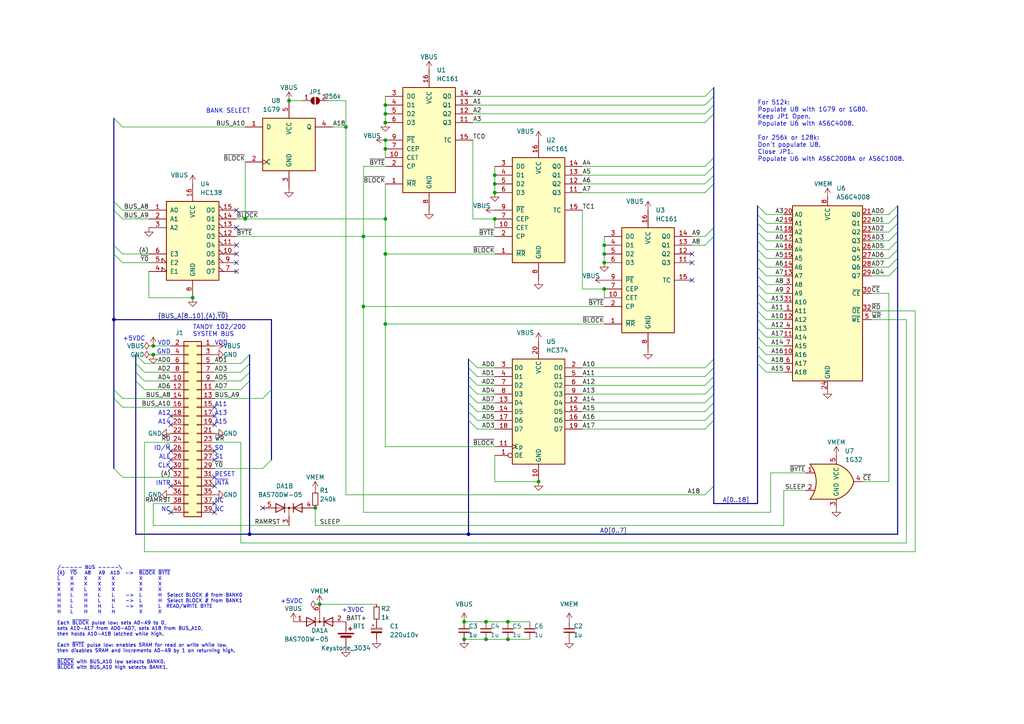
<source format=kicad_sch>
(kicad_sch (version 20230121) (generator eeschema)
  (paper "A4")
  (title_block (title "MiniNDP 512") (date "2023-12-04") (rev "016") (company "Brian K. White - b.kenyon.w@gmail.com") (comment 1 "github.com/bkw777/NODE_DATAPAC") (comment 2 "Use with RAM100.CO or RAM200.CO") (comment 3 "Work-alike of NODE Systems DATAPAC / RAMPAC"))
  (junction (at 111.76 63.5))
  (junction (at 143.51 53.34))
  (junction (at 83.82 29.21))
  (junction (at 105.41 68.58))
  (junction (at 147.32 185.42))
  (junction (at 175.26 71.12))
  (junction (at 175.26 73.66))
  (junction (at 44.45 100.33))
  (junction (at 111.76 40.64))
  (junction (at 72.39 154.94))
  (junction (at 100.33 36.83))
  (junction (at 134.62 180.34))
  (junction (at 111.76 93.98))
  (junction (at 156.21 139.7))
  (junction (at 44.45 102.87))
  (junction (at 140.97 180.34))
  (junction (at 143.51 63.5))
  (junction (at 175.26 83.82))
  (junction (at 91.44 147.32))
  (junction (at 175.26 76.2))
  (junction (at 140.97 185.42))
  (junction (at 143.51 55.88))
  (junction (at 92.71 175.26))
  (junction (at 135.89 154.94))
  (junction (at 105.41 88.9))
  (junction (at 111.76 43.18))
  (junction (at 111.76 30.48))
  (junction (at 134.62 185.42))
  (junction (at 55.88 86.36))
  (junction (at 111.76 73.66))
  (junction (at 71.12 63.5))
  (junction (at 111.76 33.02))
  (junction (at 33.02 92.71))
  (junction (at 111.76 35.56))
  (junction (at 143.51 50.8))
  (junction (at 147.32 180.34))
  (no_connect (at 68.58 66.04))
  (no_connect (at 62.23 138.43))
  (no_connect (at 68.58 73.66))
  (no_connect (at 200.66 73.66))
  (no_connect (at 62.23 123.19))
  (no_connect (at 68.58 71.12))
  (no_connect (at 49.53 148.59))
  (no_connect (at 62.23 130.81))
  (no_connect (at 68.58 78.74))
  (no_connect (at 62.23 148.59))
  (no_connect (at 49.53 130.81))
  (no_connect (at 200.66 81.28))
  (no_connect (at 49.53 120.65))
  (no_connect (at 68.58 76.2))
  (no_connect (at 49.53 123.19))
  (no_connect (at 49.53 140.97))
  (no_connect (at 62.23 118.11))
  (no_connect (at 200.66 76.2))
  (no_connect (at 49.53 133.35))
  (no_connect (at 49.53 135.89))
  (no_connect (at 62.23 146.05))
  (no_connect (at 62.23 120.65))
  (no_connect (at 62.23 133.35))
  (no_connect (at 62.23 140.97))
  (no_connect (at 76.2 147.32))
  (no_connect (at 68.58 60.96))
  (bus_entry (at 204.47 71.12) (size 2.54 -2.54))
  (bus_entry (at 257.81 64.77) (size 2.54 -2.54))
  (bus_entry (at 204.47 27.94) (size 2.54 -2.54))
  (bus_entry (at 41.91 110.49) (size -2.54 -2.54))
  (bus_entry (at 33.02 34.29) (size 2.54 2.54))
  (bus_entry (at 204.47 35.56) (size 2.54 -2.54))
  (bus_entry (at 222.25 72.39) (size -2.54 -2.54))
  (bus_entry (at 33.02 115.57) (size 2.54 2.54))
  (bus_entry (at 204.47 116.84) (size 2.54 -2.54))
  (bus_entry (at 222.25 74.93) (size -2.54 -2.54))
  (bus_entry (at 222.25 85.09) (size -2.54 -2.54))
  (bus_entry (at 204.47 119.38) (size 2.54 -2.54))
  (bus_entry (at 135.89 119.38) (size 2.54 2.54))
  (bus_entry (at 33.02 71.12) (size 2.54 2.54))
  (bus_entry (at 41.91 113.03) (size -2.54 -2.54))
  (bus_entry (at 222.25 97.79) (size -2.54 -2.54))
  (bus_entry (at 41.91 105.41) (size -2.54 -2.54))
  (bus_entry (at 33.02 60.96) (size 2.54 2.54))
  (bus_entry (at 222.25 80.01) (size -2.54 -2.54))
  (bus_entry (at 222.25 77.47) (size -2.54 -2.54))
  (bus_entry (at 222.25 69.85) (size -2.54 -2.54))
  (bus_entry (at 204.47 53.34) (size 2.54 -2.54))
  (bus_entry (at 222.25 82.55) (size -2.54 -2.54))
  (bus_entry (at 222.25 90.17) (size -2.54 -2.54))
  (bus_entry (at 69.85 105.41) (size 2.54 -2.54))
  (bus_entry (at 78.74 133.35) (size -2.54 2.54))
  (bus_entry (at 204.47 111.76) (size 2.54 -2.54))
  (bus_entry (at 222.25 105.41) (size -2.54 -2.54))
  (bus_entry (at 257.81 72.39) (size 2.54 -2.54))
  (bus_entry (at 204.47 121.92) (size 2.54 -2.54))
  (bus_entry (at 222.25 64.77) (size -2.54 -2.54))
  (bus_entry (at 78.74 113.03) (size -2.54 2.54))
  (bus_entry (at 257.81 74.93) (size 2.54 -2.54))
  (bus_entry (at 135.89 121.92) (size 2.54 2.54))
  (bus_entry (at 222.25 102.87) (size -2.54 -2.54))
  (bus_entry (at 33.02 58.42) (size 2.54 2.54))
  (bus_entry (at 204.47 50.8) (size 2.54 -2.54))
  (bus_entry (at 33.02 73.66) (size 2.54 2.54))
  (bus_entry (at 222.25 87.63) (size -2.54 -2.54))
  (bus_entry (at 257.81 80.01) (size 2.54 -2.54))
  (bus_entry (at 257.81 77.47) (size 2.54 -2.54))
  (bus_entry (at 41.91 107.95) (size -2.54 -2.54))
  (bus_entry (at 204.47 143.51) (size 2.54 -2.54))
  (bus_entry (at 69.85 113.03) (size 2.54 -2.54))
  (bus_entry (at 204.47 68.58) (size 2.54 -2.54))
  (bus_entry (at 135.89 106.68) (size 2.54 2.54))
  (bus_entry (at 204.47 109.22) (size 2.54 -2.54))
  (bus_entry (at 222.25 92.71) (size -2.54 -2.54))
  (bus_entry (at 257.81 67.31) (size 2.54 -2.54))
  (bus_entry (at 135.89 116.84) (size 2.54 2.54))
  (bus_entry (at 257.81 62.23) (size 2.54 -2.54))
  (bus_entry (at 222.25 100.33) (size -2.54 -2.54))
  (bus_entry (at 204.47 106.68) (size 2.54 -2.54))
  (bus_entry (at 222.25 95.25) (size -2.54 -2.54))
  (bus_entry (at 204.47 48.26) (size 2.54 -2.54))
  (bus_entry (at 257.81 69.85) (size 2.54 -2.54))
  (bus_entry (at 33.02 113.03) (size 2.54 2.54))
  (bus_entry (at 135.89 114.3) (size 2.54 2.54))
  (bus_entry (at 222.25 107.95) (size -2.54 -2.54))
  (bus_entry (at 204.47 33.02) (size 2.54 -2.54))
  (bus_entry (at 135.89 104.14) (size 2.54 2.54))
  (bus_entry (at 204.47 114.3) (size 2.54 -2.54))
  (bus_entry (at 222.25 62.23) (size -2.54 -2.54))
  (bus_entry (at 69.85 107.95) (size 2.54 -2.54))
  (bus_entry (at 135.89 109.22) (size 2.54 2.54))
  (bus_entry (at 135.89 111.76) (size 2.54 2.54))
  (bus_entry (at 222.25 67.31) (size -2.54 -2.54))
  (bus_entry (at 204.47 124.46) (size 2.54 -2.54))
  (bus_entry (at 35.56 138.43) (size -2.54 -2.54))
  (bus_entry (at 204.47 55.88) (size 2.54 -2.54))
  (bus_entry (at 69.85 110.49) (size 2.54 -2.54))
  (bus_entry (at 204.47 30.48) (size 2.54 -2.54))
  (bus (pts (xy 135.89 119.38) (xy 135.89 121.92)))
  (wire (pts (xy 138.43 106.68) (xy 143.51 106.68)))
  (wire (pts (xy 134.62 185.42) (xy 140.97 185.42)))
  (bus (pts (xy 219.71 95.25) (xy 219.71 97.79)))
  (wire (pts (xy 105.41 148.59) (xy 223.52 148.59)))
  (wire (pts (xy 111.76 40.64) (xy 111.76 43.18)))
  (wire (pts (xy 44.45 146.05) (xy 44.45 152.4)))
  (wire (pts (xy 222.25 82.55) (xy 227.33 82.55)))
  (wire (pts (xy 175.26 73.66) (xy 175.26 71.12)))
  (wire (pts (xy 111.76 63.5) (xy 111.76 53.34)))
  (wire (pts (xy 200.66 68.58) (xy 204.47 68.58)))
  (wire (pts (xy 83.82 29.21) (xy 87.63 29.21)))
  (bus (pts (xy 219.71 105.41) (xy 219.71 102.87)))
  (wire (pts (xy 111.76 30.48) (xy 111.76 33.02)))
  (wire (pts (xy 252.73 80.01) (xy 257.81 80.01)))
  (wire (pts (xy 138.43 121.92) (xy 143.51 121.92)))
  (wire (pts (xy 222.25 67.31) (xy 227.33 67.31)))
  (wire (pts (xy 168.91 114.3) (xy 204.47 114.3)))
  (bus (pts (xy 219.71 80.01) (xy 219.71 82.55)))
  (wire (pts (xy 140.97 180.34) (xy 147.32 180.34)))
  (bus (pts (xy 219.71 146.05) (xy 219.71 105.41)))
  (wire (pts (xy 137.16 27.94) (xy 204.47 27.94)))
  (wire (pts (xy 35.56 73.66) (xy 43.18 73.66)))
  (wire (pts (xy 223.52 137.16) (xy 223.52 148.59)))
  (wire (pts (xy 41.91 113.03) (xy 49.53 113.03)))
  (wire (pts (xy 105.41 88.9) (xy 175.26 88.9)))
  (bus (pts (xy 78.74 92.71) (xy 78.74 113.03)))
  (wire (pts (xy 35.56 115.57) (xy 49.53 115.57)))
  (bus (pts (xy 219.71 62.23) (xy 219.71 64.77)))
  (bus (pts (xy 135.89 121.92) (xy 135.89 154.94)))
  (bus (pts (xy 207.01 140.97) (xy 207.01 146.05)))
  (wire (pts (xy 111.76 129.54) (xy 143.51 129.54)))
  (bus (pts (xy 39.37 105.41) (xy 39.37 107.95)))
  (wire (pts (xy 175.26 83.82) (xy 168.91 83.82)))
  (bus (pts (xy 207.01 30.48) (xy 207.01 33.02)))
  (bus (pts (xy 72.39 110.49) (xy 72.39 154.94)))
  (bus (pts (xy 207.01 33.02) (xy 207.01 45.72)))
  (wire (pts (xy 222.25 87.63) (xy 227.33 87.63)))
  (wire (pts (xy 100.33 143.51) (xy 100.33 36.83)))
  (bus (pts (xy 33.02 115.57) (xy 33.02 135.89)))
  (wire (pts (xy 41.91 105.41) (xy 49.53 105.41)))
  (bus (pts (xy 207.01 146.05) (xy 219.71 146.05)))
  (wire (pts (xy 62.23 115.57) (xy 76.2 115.57)))
  (wire (pts (xy 233.68 142.24) (xy 227.33 142.24)))
  (bus (pts (xy 207.01 50.8) (xy 207.01 53.34)))
  (bus (pts (xy 39.37 110.49) (xy 39.37 154.94)))
  (bus (pts (xy 260.35 69.85) (xy 260.35 72.39)))
  (wire (pts (xy 252.73 74.93) (xy 257.81 74.93)))
  (bus (pts (xy 207.01 114.3) (xy 207.01 116.84)))
  (wire (pts (xy 222.25 77.47) (xy 227.33 77.47)))
  (wire (pts (xy 143.51 48.26) (xy 143.51 50.8)))
  (bus (pts (xy 219.71 59.69) (xy 219.71 62.23)))
  (wire (pts (xy 168.91 106.68) (xy 204.47 106.68)))
  (wire (pts (xy 233.68 137.16) (xy 223.52 137.16)))
  (wire (pts (xy 147.32 180.34) (xy 153.67 180.34)))
  (bus (pts (xy 72.39 154.94) (xy 135.89 154.94)))
  (wire (pts (xy 222.25 64.77) (xy 227.33 64.77)))
  (wire (pts (xy 134.62 180.34) (xy 140.97 180.34)))
  (wire (pts (xy 168.91 124.46) (xy 204.47 124.46)))
  (bus (pts (xy 219.71 77.47) (xy 219.71 80.01)))
  (wire (pts (xy 68.58 68.58) (xy 105.41 68.58)))
  (wire (pts (xy 168.91 116.84) (xy 204.47 116.84)))
  (bus (pts (xy 207.01 121.92) (xy 207.01 140.97)))
  (wire (pts (xy 222.25 90.17) (xy 227.33 90.17)))
  (bus (pts (xy 219.71 74.93) (xy 219.71 77.47)))
  (wire (pts (xy 222.25 100.33) (xy 227.33 100.33)))
  (wire (pts (xy 111.76 45.72) (xy 111.76 43.18)))
  (wire (pts (xy 44.45 100.33) (xy 49.53 100.33)))
  (wire (pts (xy 105.41 68.58) (xy 143.51 68.58)))
  (wire (pts (xy 262.89 92.71) (xy 262.89 157.48)))
  (wire (pts (xy 69.85 128.27) (xy 69.85 157.48)))
  (wire (pts (xy 175.26 83.82) (xy 175.26 86.36)))
  (wire (pts (xy 222.25 69.85) (xy 227.33 69.85)))
  (bus (pts (xy 219.71 69.85) (xy 219.71 72.39)))
  (wire (pts (xy 138.43 119.38) (xy 143.51 119.38)))
  (bus (pts (xy 260.35 72.39) (xy 260.35 74.93)))
  (bus (pts (xy 219.71 82.55) (xy 219.71 85.09)))
  (wire (pts (xy 62.23 105.41) (xy 69.85 105.41)))
  (wire (pts (xy 200.66 71.12) (xy 204.47 71.12)))
  (wire (pts (xy 250.19 139.7) (xy 257.81 139.7)))
  (wire (pts (xy 41.91 110.49) (xy 49.53 110.49)))
  (bus (pts (xy 33.02 113.03) (xy 33.02 115.57)))
  (wire (pts (xy 175.26 71.12) (xy 175.26 68.58)))
  (bus (pts (xy 33.02 73.66) (xy 33.02 92.71)))
  (bus (pts (xy 33.02 58.42) (xy 33.02 60.96)))
  (bus (pts (xy 207.01 111.76) (xy 207.01 114.3)))
  (bus (pts (xy 260.35 64.77) (xy 260.35 67.31)))
  (bus (pts (xy 33.02 58.42) (xy 33.02 34.29)))
  (bus (pts (xy 207.01 106.68) (xy 207.01 109.22)))
  (bus (pts (xy 207.01 116.84) (xy 207.01 119.38)))
  (wire (pts (xy 168.91 119.38) (xy 204.47 119.38)))
  (bus (pts (xy 207.01 25.4) (xy 207.01 27.94)))
  (wire (pts (xy 222.25 97.79) (xy 227.33 97.79)))
  (bus (pts (xy 135.89 116.84) (xy 135.89 119.38)))
  (wire (pts (xy 111.76 73.66) (xy 143.51 73.66)))
  (wire (pts (xy 100.33 143.51) (xy 204.47 143.51)))
  (wire (pts (xy 105.41 68.58) (xy 105.41 88.9)))
  (wire (pts (xy 137.16 40.64) (xy 137.16 63.5)))
  (wire (pts (xy 137.16 35.56) (xy 204.47 35.56)))
  (bus (pts (xy 207.01 109.22) (xy 207.01 111.76)))
  (bus (pts (xy 78.74 113.03) (xy 78.74 133.35)))
  (wire (pts (xy 262.89 92.71) (xy 252.73 92.71)))
  (bus (pts (xy 33.02 92.71) (xy 78.74 92.71)))
  (wire (pts (xy 252.73 69.85) (xy 257.81 69.85)))
  (wire (pts (xy 138.43 109.22) (xy 143.51 109.22)))
  (bus (pts (xy 135.89 154.94) (xy 260.35 154.94)))
  (wire (pts (xy 62.23 128.27) (xy 69.85 128.27)))
  (wire (pts (xy 227.33 142.24) (xy 227.33 152.4)))
  (wire (pts (xy 222.25 62.23) (xy 227.33 62.23)))
  (wire (pts (xy 35.56 36.83) (xy 71.12 36.83)))
  (wire (pts (xy 168.91 109.22) (xy 204.47 109.22)))
  (wire (pts (xy 143.51 50.8) (xy 143.51 53.34)))
  (wire (pts (xy 44.45 102.87) (xy 49.53 102.87)))
  (bus (pts (xy 207.01 53.34) (xy 207.01 66.04)))
  (wire (pts (xy 111.76 27.94) (xy 111.76 30.48)))
  (bus (pts (xy 135.89 104.14) (xy 135.89 106.68)))
  (wire (pts (xy 140.97 185.42) (xy 147.32 185.42)))
  (bus (pts (xy 207.01 66.04) (xy 207.01 68.58)))
  (bus (pts (xy 33.02 92.71) (xy 33.02 113.03)))
  (bus (pts (xy 260.35 62.23) (xy 260.35 64.77)))
  (wire (pts (xy 137.16 63.5) (xy 143.51 63.5)))
  (bus (pts (xy 33.02 71.12) (xy 33.02 73.66)))
  (wire (pts (xy 43.18 78.74) (xy 43.18 86.36)))
  (bus (pts (xy 260.35 74.93) (xy 260.35 77.47)))
  (bus (pts (xy 219.71 72.39) (xy 219.71 74.93)))
  (bus (pts (xy 72.39 105.41) (xy 72.39 107.95)))
  (bus (pts (xy 219.71 64.77) (xy 219.71 67.31)))
  (wire (pts (xy 96.52 36.83) (xy 100.33 36.83)))
  (bus (pts (xy 260.35 59.69) (xy 260.35 62.23)))
  (bus (pts (xy 219.71 85.09) (xy 219.71 87.63)))
  (bus (pts (xy 72.39 107.95) (xy 72.39 110.49)))
  (wire (pts (xy 252.73 72.39) (xy 257.81 72.39)))
  (wire (pts (xy 168.91 50.8) (xy 204.47 50.8)))
  (bus (pts (xy 219.71 97.79) (xy 219.71 100.33)))
  (wire (pts (xy 138.43 114.3) (xy 143.51 114.3)))
  (wire (pts (xy 105.41 48.26) (xy 111.76 48.26)))
  (wire (pts (xy 222.25 85.09) (xy 227.33 85.09)))
  (bus (pts (xy 219.71 90.17) (xy 219.71 92.71)))
  (wire (pts (xy 100.33 29.21) (xy 95.25 29.21)))
  (bus (pts (xy 135.89 111.76) (xy 135.89 114.3)))
  (wire (pts (xy 105.41 88.9) (xy 105.41 148.59)))
  (bus (pts (xy 39.37 107.95) (xy 39.37 110.49)))
  (wire (pts (xy 175.26 76.2) (xy 175.26 73.66)))
  (wire (pts (xy 168.91 55.88) (xy 204.47 55.88)))
  (bus (pts (xy 260.35 77.47) (xy 260.35 154.94)))
  (wire (pts (xy 43.18 86.36) (xy 55.88 86.36)))
  (wire (pts (xy 62.23 107.95) (xy 69.85 107.95)))
  (wire (pts (xy 71.12 46.99) (xy 71.12 63.5)))
  (wire (pts (xy 168.91 83.82) (xy 168.91 60.96)))
  (wire (pts (xy 168.91 53.34) (xy 204.47 53.34)))
  (wire (pts (xy 168.91 121.92) (xy 204.47 121.92)))
  (wire (pts (xy 222.25 72.39) (xy 227.33 72.39)))
  (wire (pts (xy 111.76 93.98) (xy 111.76 129.54)))
  (wire (pts (xy 222.25 80.01) (xy 227.33 80.01)))
  (bus (pts (xy 260.35 67.31) (xy 260.35 69.85)))
  (wire (pts (xy 147.32 185.42) (xy 153.67 185.42)))
  (bus (pts (xy 207.01 48.26) (xy 207.01 50.8)))
  (bus (pts (xy 72.39 102.87) (xy 72.39 105.41)))
  (wire (pts (xy 252.73 67.31) (xy 257.81 67.31)))
  (wire (pts (xy 138.43 116.84) (xy 143.51 116.84)))
  (bus (pts (xy 219.71 100.33) (xy 219.71 102.87)))
  (wire (pts (xy 222.25 107.95) (xy 227.33 107.95)))
  (wire (pts (xy 252.73 64.77) (xy 257.81 64.77)))
  (wire (pts (xy 252.73 62.23) (xy 257.81 62.23)))
  (wire (pts (xy 100.33 29.21) (xy 100.33 36.83)))
  (bus (pts (xy 135.89 109.22) (xy 135.89 111.76)))
  (wire (pts (xy 222.25 102.87) (xy 227.33 102.87)))
  (bus (pts (xy 207.01 27.94) (xy 207.01 30.48)))
  (wire (pts (xy 252.73 77.47) (xy 257.81 77.47)))
  (wire (pts (xy 41.91 128.27) (xy 41.91 160.02)))
  (wire (pts (xy 41.91 107.95) (xy 49.53 107.95)))
  (bus (pts (xy 207.01 104.14) (xy 207.01 106.68)))
  (wire (pts (xy 62.23 113.03) (xy 69.85 113.03)))
  (bus (pts (xy 207.01 45.72) (xy 207.01 48.26)))
  (wire (pts (xy 49.53 128.27) (xy 41.91 128.27)))
  (wire (pts (xy 262.89 157.48) (xy 69.85 157.48)))
  (wire (pts (xy 62.23 110.49) (xy 69.85 110.49)))
  (wire (pts (xy 35.56 60.96) (xy 43.18 60.96)))
  (wire (pts (xy 143.51 53.34) (xy 143.51 55.88)))
  (wire (pts (xy 257.81 85.09) (xy 257.81 139.7)))
  (bus (pts (xy 219.71 92.71) (xy 219.71 95.25)))
  (wire (pts (xy 137.16 30.48) (xy 204.47 30.48)))
  (wire (pts (xy 62.23 135.89) (xy 76.2 135.89)))
  (wire (pts (xy 111.76 93.98) (xy 175.26 93.98)))
  (bus (pts (xy 33.02 71.12) (xy 33.02 60.96)))
  (wire (pts (xy 92.71 175.26) (xy 109.22 175.26)))
  (wire (pts (xy 138.43 111.76) (xy 143.51 111.76)))
  (wire (pts (xy 143.51 132.08) (xy 143.51 139.7)))
  (wire (pts (xy 111.76 33.02) (xy 111.76 35.56)))
  (wire (pts (xy 105.41 48.26) (xy 105.41 68.58)))
  (wire (pts (xy 222.25 105.41) (xy 227.33 105.41)))
  (wire (pts (xy 44.45 146.05) (xy 49.53 146.05)))
  (wire (pts (xy 137.16 33.02) (xy 204.47 33.02)))
  (wire (pts (xy 111.76 73.66) (xy 111.76 93.98)))
  (bus (pts (xy 207.01 68.58) (xy 207.01 104.14)))
  (wire (pts (xy 143.51 139.7) (xy 156.21 139.7)))
  (bus (pts (xy 135.89 114.3) (xy 135.89 116.84)))
  (wire (pts (xy 222.25 74.93) (xy 227.33 74.93)))
  (wire (pts (xy 257.81 85.09) (xy 252.73 85.09)))
  (wire (pts (xy 71.12 63.5) (xy 111.76 63.5)))
  (wire (pts (xy 168.91 48.26) (xy 204.47 48.26)))
  (wire (pts (xy 111.76 63.5) (xy 111.76 73.66)))
  (bus (pts (xy 219.71 87.63) (xy 219.71 90.17)))
  (wire (pts (xy 252.73 90.17) (xy 265.43 90.17)))
  (wire (pts (xy 143.51 63.5) (xy 143.51 66.04)))
  (bus (pts (xy 219.71 67.31) (xy 219.71 69.85)))
  (wire (pts (xy 35.56 76.2) (xy 43.18 76.2)))
  (wire (pts (xy 138.43 124.46) (xy 143.51 124.46)))
  (wire (pts (xy 68.58 63.5) (xy 71.12 63.5)))
  (wire (pts (xy 265.43 160.02) (xy 265.43 90.17)))
  (wire (pts (xy 35.56 138.43) (xy 49.53 138.43)))
  (bus (pts (xy 39.37 102.87) (xy 39.37 105.41)))
  (wire (pts (xy 222.25 92.71) (xy 227.33 92.71)))
  (wire (pts (xy 35.56 63.5) (xy 43.18 63.5)))
  (wire (pts (xy 168.91 111.76) (xy 204.47 111.76)))
  (wire (pts (xy 44.45 152.4) (xy 83.82 152.4)))
  (wire (pts (xy 35.56 118.11) (xy 49.53 118.11)))
  (wire (pts (xy 91.44 152.4) (xy 227.33 152.4)))
  (wire (pts (xy 222.25 95.25) (xy 227.33 95.25)))
  (bus (pts (xy 135.89 106.68) (xy 135.89 109.22)))
  (bus (pts (xy 39.37 154.94) (xy 72.39 154.94)))
  (bus (pts (xy 207.01 119.38) (xy 207.01 121.92)))
  (wire (pts (xy 91.44 152.4) (xy 91.44 147.32)))
  (wire (pts (xy 41.91 160.02) (xy 265.43 160.02)))
  (text "TANDY 102/200\nSYSTEM BUS" (at 55.88 97.79 0) (effects (font (size 1.27 1.27)) (justify left bottom)))
  (text "+5VDC" (at 35.56 99.06 0) (effects (font (size 1.27 1.27)) (justify left bottom)))
  (text "A15" (at 62.23 123.19 0) (effects (font (size 1.27 1.27)) (justify left bottom)))
  (text "INTR" (at 49.53 140.97 0) (effects (font (size 1.27 1.27)) (justify right bottom)))
  (text "A14" (at 49.53 123.19 0) (effects (font (size 1.27 1.27)) (justify right bottom)))
  (text "ALE" (at 49.53 133.35 0) (effects (font (size 1.27 1.27)) (justify right bottom)))
  (text "S1" (at 62.23 133.35 0) (effects (font (size 1.27 1.27)) (justify left bottom)))
  (text "NC" (at 62.23 148.59 0) (effects (font (size 1.27 1.27)) (justify left bottom)))
  (text "BANK SELECT" (at 59.69 33.02 0) (effects (font (size 1.27 1.27)) (justify left bottom)))
  (text "NC" (at 62.23 146.05 0) (effects (font (size 1.27 1.27)) (justify left bottom)))
  (text "~{INTA}" (at 62.23 140.97 0) (effects (font (size 1.27 1.27)) (justify left bottom)))
  (text "CLK" (at 49.53 135.89 0) (effects (font (size 1.27 1.27)) (justify right bottom)))
  (text "GND" (at 49.53 102.87 0) (effects (font (size 1.27 1.27)) (justify right bottom)))
  (text "For 512k:\nPopulate U8 with 1G79 or 1G80.\nKeep JP1 Open.\nPopulate U6 with AS6C4008.\n\nFor 256k or 128k:\nDon't populate U8.\nClose JP1.\nPopulate U6 with AS6C2008A or AS6C1008.\n" (at 219.71 46.99 0) (effects (font (size 1.27 1.27)) (justify left bottom)))
  (text "IO/~{M}" (at 49.53 130.81 0) (effects (font (size 1.27 1.27)) (justify right bottom)))
  (text "VDD" (at 49.53 100.33 0) (effects (font (size 1.27 1.27)) (justify right bottom)))
  (text "/----- BUS -----\\\n(A)	~{YO}   A8   A9  A10  ->  ~{BLOCK} ~{BYTE}\nL	X	X	X	X		X	  X\nX	H	X	X	X		X	  X\nX	X	L	X	X		X	  X\nH	L	H	L	L	->  L	  H  Select BLOCK # from BANK0\nH	L	H	L	H	->  L	  H  Select BLOCK # from BANK1\nH	L	H	H	L	->  H	  L  READ/WRITE BYTE\nH	L	H	H	H		X	  X\n\nEach ~{BLOCK} pulse low: sets A0-A9 to 0,\nsets A10-A17 from AD0-AD7, sets A18 from BUS_A10,\nthen holds A10-A18 latched while high.\n\nEach ~{BYTE} pulse low: enables SRAM for read or write while low,\nthen disables SRAM and increments A0-A9 by 1 on returning high.\n\n~{BLOCK} with BUS_A10 low selects BANK0.\n~{BLOCK} with BUS_A10 high selects BANK1." (at 16.51 194.31 0) (effects (font (size 1 1)) (justify left bottom)))
  (text "+3VDC" (at 99.06 177.8 0) (effects (font (size 1.27 1.27)) (justify left bottom)))
  (text "S0" (at 62.23 130.81 0) (effects (font (size 1.27 1.27)) (justify left bottom)))
  (text "RESET" (at 62.23 138.43 0) (effects (font (size 1.27 1.27)) (justify left bottom)))
  (text "NC" (at 49.53 148.59 0) (effects (font (size 1.27 1.27)) (justify right bottom)))
  (text "A11" (at 62.23 118.11 0) (effects (font (size 1.27 1.27)) (justify left bottom)))
  (text "VDD" (at 62.23 100.33 0) (effects (font (size 1.27 1.27)) (justify left bottom)))
  (text "+5VDC" (at 81.28 175.26 0) (effects (font (size 1.27 1.27)) (justify left bottom)))
  (text "A13" (at 62.23 120.65 0) (effects (font (size 1.27 1.27)) (justify left bottom)))
  (text "A12" (at 49.53 120.65 0) (effects (font (size 1.27 1.27)) (justify right bottom)))
  (label "BUS_A8" (at 49.53 115.57 180))
  (label "~{RD}" (at 252.73 90.17 0))
  (label "A17" (at 168.91 124.46 0))
  (label "BATT+" (at 100.33 180.34 0))
  (label "AD3" (at 62.23 107.95 0))
  (label "A5" (at 168.91 50.8 0))
  (label "A1" (at 227.33 67.31 180))
  (label "~{CE}" (at 252.73 85.09 0))
  (label "A7" (at 227.33 80.01 180))
  (label "A2" (at 137.16 33.02 0))
  (label "AD5" (at 143.51 121.92 180))
  (label "A13" (at 227.33 87.63 180))
  (label "AD0" (at 252.73 62.23 0))
  (label "A1" (at 137.16 30.48 0))
  (label "~{CE}" (at 250.19 139.7 0))
  (label "~{BLOCK}" (at 143.51 73.66 180))
  (label "A16" (at 227.33 102.87 180))
  (label "A11" (at 168.91 109.22 0))
  (label "AD6" (at 143.51 119.38 180))
  (label "~{Y0}" (at 43.18 76.2 180))
  (label "AD1" (at 62.23 105.41 0))
  (label "A18" (at 199.39 143.51 0))
  (label "A6" (at 168.91 53.34 0))
  (label "A7" (at 168.91 55.88 0))
  (label "AD[0..7]" (at 173.99 154.94 0))
  (label "A9" (at 200.66 68.58 0))
  (label "AD5" (at 252.73 72.39 0))
  (label "A10" (at 168.91 106.68 0))
  (label "RAMRST" (at 49.53 146.05 180))
  (label "AD7" (at 62.23 113.03 0))
  (label "A0" (at 137.16 27.94 0))
  (label "AD2" (at 49.53 107.95 180))
  (label "~{Y0}" (at 62.23 135.89 0))
  (label "AD1" (at 252.73 64.77 0))
  (label "A12" (at 168.91 111.76 0))
  (label "A17" (at 227.33 97.79 180))
  (label "AD0" (at 143.51 106.68 180))
  (label "A3" (at 227.33 62.23 180))
  (label "A[0..18]" (at 209.55 146.05 0))
  (label "A8" (at 227.33 82.55 180))
  (label "(A)" (at 43.18 73.66 180))
  (label "A18" (at 227.33 105.41 180))
  (label "RAMRST" (at 81.28 152.4 180))
  (label "AD6" (at 49.53 113.03 180))
  (label "A2" (at 227.33 64.77 180))
  (label "A15" (at 227.33 107.95 180))
  (label "~{BLOCK}" (at 68.58 63.5 0))
  (label "A6" (at 227.33 77.47 180))
  (label "A9" (at 227.33 85.09 180))
  (label "~{BLOCK}" (at 175.26 93.98 180))
  (label "AD4" (at 143.51 114.3 180))
  (label "~{BYTE}" (at 111.76 48.26 180))
  (label "AD7" (at 252.73 77.47 0))
  (label "~{BLOCK}" (at 71.12 46.99 180))
  (label "AD4" (at 252.73 80.01 0))
  (label "AD2" (at 143.51 111.76 180))
  (label "A15" (at 168.91 119.38 0))
  (label "A13" (at 168.91 114.3 0))
  (label "A8" (at 200.66 71.12 0))
  (label "~{BYTE}" (at 175.26 88.9 180))
  (label "~{BYTE}" (at 143.51 68.58 180))
  (label "BUS_A10" (at 49.53 118.11 180))
  (label "AD0" (at 49.53 105.41 180))
  (label "~{WR}" (at 252.73 92.71 0))
  (label "A16" (at 168.91 121.92 0))
  (label "A4" (at 168.91 48.26 0))
  (label "AD3" (at 252.73 69.85 0))
  (label "{BUS_A[8..10],(A),~{Y0}}" (at 45.72 92.71 0))
  (label "A18" (at 96.52 36.83 0))
  (label "A3" (at 137.16 35.56 0))
  (label "BUS_A9" (at 43.18 63.5 180))
  (label "AD4" (at 49.53 110.49 180))
  (label "A11" (at 227.33 90.17 180))
  (label "A12" (at 227.33 95.25 180))
  (label "A0" (at 227.33 69.85 180))
  (label "~{BLOCK}" (at 143.51 129.54 180))
  (label "A14" (at 168.91 116.84 0))
  (label "A5" (at 227.33 74.93 180))
  (label "SLEEP" (at 233.68 142.24 180))
  (label "BUS_A8" (at 43.18 60.96 180))
  (label "AD2" (at 252.73 67.31 0))
  (label "AD7" (at 143.51 116.84 180))
  (label "A14" (at 227.33 100.33 180))
  (label "AD1" (at 143.51 109.22 180))
  (label "BUS_A10" (at 71.12 36.83 180))
  (label "~{WR}" (at 62.23 128.27 0))
  (label "~{BYTE}" (at 233.68 137.16 180))
  (label "(A)" (at 49.53 138.43 180))
  (label "A10" (at 227.33 92.71 180))
  (label "BUS_A9" (at 62.23 115.57 0))
  (label "AD6" (at 252.73 74.93 0))
  (label "TC0" (at 137.16 40.64 0))
  (label "TC1" (at 168.91 60.96 0))
  (label "~{RD}" (at 49.53 128.27 180))
  (label "AD5" (at 62.23 110.49 0))
  (label "~{BLOCK}" (at 111.76 53.34 180))
  (label "~{BYTE}" (at 68.58 68.58 0))
  (label "SLEEP" (at 92.71 152.4 0))
  (label "A4" (at 227.33 72.39 180))
  (label "AD3" (at 143.51 124.46 180))
  (symbol (lib_id "000_LOCAL:C_Polarized") (at 109.22 182.88 0) (unit 1)
    (property "Reference" "C1" (at 113.03 181.61 0) (effects (justify left)))
    (property "Value" "220u10v" (at 113.03 184.15 0) (effects (justify left)))
    (property "Footprint" "000_LOCAL:CP_6032" (effects hide))
    (property "Datasheet" "datasheets/TAJ.odf" (effects hide))
  )
  (symbol (lib_id "000_LOCAL:SolderJumper_2_Open") (at 91.44 29.21 0) (unit 1)
    (property "Reference" "JP1" (at 91.44 26.67 0))
    (property "Value" "256k" (at 96.52 27.94 0))
    (property "Footprint" "000_LOCAL:SolderJumper-2_Open 0.65mm" (effects hide))
  )
  (symbol (lib_id "power:GND") (at 175.26 76.2 0) (unit 1)
    (property "Reference" "#PWR034" (effects hide))
    (property "Value" "GND" (effects hide))
  )
  (symbol (lib_id "power:GND") (at 83.82 54.61 0) (unit 1)
    (property "Reference" "#PWR037" (effects hide))
    (property "Value" "GND" (effects hide))
  )
  (symbol (lib_id "000_LOCAL:AS6C4008_TSOP") (at 240.03 82.55 0) (unit 1)
    (property "Reference" "U6" (at 242.57 54.61 0) (effects (justify left)))
    (property "Value" "AS6C4008" (at 242.57 57.15 0) (effects (justify left)))
    (property "Footprint" "000_LOCAL:TSOP32-dual" (effects hide))
    (property "Datasheet" "datasheets/AS6C4008.pdf" (effects hide))
  )
  (symbol (lib_name "C_1") (lib_id "000_LOCAL:C") (at 165.1 182.88 0) (unit 1)
    (property "Reference" "C2" (at 166.37 181.61 0) (effects (justify left)))
    (property "Value" "1u" (at 166.37 184.15 0) (effects (justify left)))
    (property "Footprint" "000_LOCAL:C_0805" (effects hide))
  )
  (symbol (lib_id "power:GND") (at 62.23 143.51 90) (unit 1)
    (property "Reference" "#PWR08" (effects hide))
    (property "Value" "GND" (at 64.77 143.51 90) (effects (justify right)))
  )
  (symbol (lib_id "power:VMEM") (at 92.71 175.26 0) (unit 1)
    (property "Reference" "#PWR010" (effects hide))
    (property "Value" "VMEM" (at 92.71 171.45 0))
  )
  (symbol (lib_id "power:VBUS") (at 44.45 100.33 0) (unit 1)
    (property "Reference" "#PWR01" (effects hide))
    (property "Value" "VBUS" (at 41.91 100.33 0) (effects (justify right)))
  )
  (symbol (lib_id "000_LOCAL:74xx374") (at 156.21 119.38 0) (unit 1)
    (property "Reference" "U5" (at 158.4041 99.06 0) (effects (justify left)))
    (property "Value" "HC374" (at 158.4041 101.6 0) (effects (justify left)))
    (property "Footprint" "000_LOCAL:TSSOP-20" (effects hide))
    (property "Datasheet" "datasheets/74xx374.pdf" (effects hide))
  )
  (symbol (lib_id "000_LOCAL:Battery_Cell") (at 100.33 185.42 0) (unit 1)
    (property "Reference" "BT1" (at 104.14 181.61 0))
    (property "Value" "Keystone_3034" (at 100.33 187.96 0))
    (property "Footprint" "000_LOCAL:Keystone_3028_3034" (effects hide))
    (property "Datasheet" "datasheets/Keystone_3034.pdf" (effects hide))
  )
  (symbol (lib_id "power:VBUS") (at 143.51 60.96 90) (unit 1)
    (property "Reference" "#PWR035" (effects hide))
    (property "Value" "VBUS" (at 139.7 59.69 90))
  )
  (symbol (lib_id "power:GND") (at 55.88 86.36 0) (unit 1)
    (property "Reference" "#PWR022" (effects hide))
    (property "Value" "GND" (effects hide))
  )
  (symbol (lib_id "power:VMEM") (at 91.44 142.24 0) (unit 1)
    (property "Reference" "#PWR013" (effects hide))
    (property "Value" "VMEM" (at 91.44 138.43 0))
  )
  (symbol (lib_id "power:GND") (at 49.53 125.73 270) (unit 1)
    (property "Reference" "#PWR05" (effects hide))
    (property "Value" "GND" (at 46.99 125.73 90) (effects (justify right)))
  )
  (symbol (lib_id "power:VMEM") (at 240.03 57.15 0) (unit 1)
    (property "Reference" "#PWR012" (effects hide))
    (property "Value" "VMEM" (at 238.76 53.34 0))
  )
  (symbol (lib_id "power:GND") (at 43.18 66.04 0) (unit 1)
    (property "Reference" "#PWR043" (effects hide))
    (property "Value" "GND" (effects hide))
  )
  (symbol (lib_id "power:PWR_FLAG") (at 44.45 100.33 90) (unit 1)
    (property "Reference" "#FLG01" (effects hide))
    (property "Value" "PWR_FLAG" (effects hide))
  )
  (symbol (lib_id "000_LOCAL:BAV70S") (at 92.71 180.34 0) (mirror x) (unit 1)
    (property "Reference" "DA1" (at 92.71 182.88 0))
    (property "Value" "BAS70DW-05" (at 88.9 185.42 0))
    (property "Footprint" "000_LOCAL:SOT-363_SC-70-6_symmetric" (effects hide))
    (property "Datasheet" "datasheets/BAS70.pdf" (effects hide))
  )
  (symbol (lib_id "power:GND") (at 100.33 187.96 0) (unit 1)
    (property "Reference" "#PWR058" (effects hide))
    (property "Value" "GND" (effects hide))
  )
  (symbol (lib_id "power:GND") (at 156.21 81.28 0) (unit 1)
    (property "Reference" "#PWR019" (effects hide))
    (property "Value" "GND" (effects hide))
  )
  (symbol (lib_id "000_LOCAL:74xx161") (at 187.96 81.28 0) (unit 1)
    (property "Reference" "U3" (at 190.1541 60.96 0) (effects (justify left)))
    (property "Value" "HC161" (at 190.1541 63.5 0) (effects (justify left)))
    (property "Footprint" "000_LOCAL:TSSOP-16" (effects hide))
    (property "Datasheet" "datasheets/74xx161.pdf" (effects hide))
  )
  (symbol (lib_id "power:GND") (at 49.53 143.51 270) (unit 1)
    (property "Reference" "#PWR07" (effects hide))
    (property "Value" "GND" (at 46.99 143.51 90) (effects (justify right)))
  )
  (symbol (lib_id "power:VBUS") (at 62.23 100.33 270) (unit 1)
    (property "Reference" "#PWR042" (effects hide))
    (property "Value" "VBUS" (at 67.31 100.33 90))
  )
  (symbol (lib_id "power:GND") (at 240.03 113.03 0) (unit 1)
    (property "Reference" "#PWR057" (effects hide))
    (property "Value" "GND" (effects hide))
  )
  (symbol (lib_id "power:GND") (at 44.45 102.87 0) (unit 1)
    (property "Reference" "#PWR03" (effects hide))
    (property "Value" "GND" (at 41.91 102.87 0) (effects (justify right)))
  )
  (symbol (lib_name "74xx161_1") (lib_id "000_LOCAL:74xx161") (at 124.46 40.64 0) (unit 1)
    (property "Reference" "U1" (at 126.6541 20.32 0) (effects (justify left)))
    (property "Value" "HC161" (at 126.6541 22.86 0) (effects (justify left)))
    (property "Footprint" "000_LOCAL:TSSOP-16" (effects hide))
    (property "Datasheet" "datasheets/74xx161.pdf" (effects hide))
  )
  (symbol (lib_id "000_LOCAL:BAV70S") (at 83.82 147.32 0) (mirror y) (unit 2)
    (property "Reference" "DA1" (at 82.55 140.97 0))
    (property "Value" "BAS70DW-05" (at 81.28 143.51 0))
    (property "Footprint" "000_LOCAL:SOT-363_SC-70-6_symmetric" (effects hide))
    (property "Datasheet" "datasheets/BAS70.pdf" (effects hide))
  )
  (symbol (lib_id "power:VMEM") (at 165.1 180.34 0) (unit 1)
    (property "Reference" "#PWR055" (effects hide))
    (property "Value" "VMEM" (at 165.1 175.26 0))
  )
  (symbol (lib_id "000_LOCAL:74xx138") (at 55.88 68.58 0) (unit 1)
    (property "Reference" "U4" (at 58.0741 53.34 0) (effects (justify left)))
    (property "Value" "HC138" (at 58.0741 55.88 0) (effects (justify left)))
    (property "Footprint" "000_LOCAL:TSSOP-16" (effects hide))
    (property "Datasheet" "datasheets/74xx138.pdf" (effects hide))
  )
  (symbol (lib_id "000_LOCAL:C") (at 134.62 182.88 0) (unit 1)
    (property "Reference" "C3" (at 135.89 181.61 0) (effects (justify left)))
    (property "Value" "1u" (at 135.89 184.15 0) (effects (justify left)))
    (property "Footprint" "000_LOCAL:C_0805" (effects hide))
  )
  (symbol (lib_id "power:GND") (at 143.51 55.88 0) (unit 1)
    (property "Reference" "#PWR039" (effects hide))
    (property "Value" "GND" (effects hide))
  )
  (symbol (lib_id "000_LOCAL:74xx1G32") (at 242.57 139.7 0) (unit 1)
    (property "Reference" "U7" (at 246.38 130.81 0))
    (property "Value" "1G32" (at 247.65 133.35 0))
    (property "Footprint" "000_LOCAL:SOT-353_SC-70-5" (effects hide))
    (property "Datasheet" "datasheets/74xx1G32.pdf" (effects hide))
  )
  (symbol (lib_id "power:PWR_FLAG") (at 44.45 102.87 90) (unit 1)
    (property "Reference" "#FLG03" (effects hide))
    (property "Value" "PWR_FLAG" (effects hide))
  )
  (symbol (lib_id "power:GND") (at 134.62 185.42 0) (unit 1)
    (property "Reference" "#PWR023" (effects hide))
    (property "Value" "GND" (effects hide))
  )
  (symbol (lib_name "74xx161_2") (lib_id "000_LOCAL:74xx161") (at 156.21 60.96 0) (unit 1)
    (property "Reference" "U2" (at 158.4041 40.64 0) (effects (justify left)))
    (property "Value" "HC161" (at 158.4041 43.18 0) (effects (justify left)))
    (property "Footprint" "000_LOCAL:TSSOP-16" (effects hide))
    (property "Datasheet" "datasheets/74xx161.pdf" (effects hide))
  )
  (symbol (lib_id "000_LOCAL:74xx1G79") (at 83.82 41.91 0) (unit 1)
    (property "Reference" "U8" (at 80.01 29.21 0))
    (property "Value" "1G79" (at 78.74 31.75 0))
    (property "Footprint" "000_LOCAL:SOT-353_SC-70-5" (effects hide))
    (property "Datasheet" "datasheets/74xx1G79.pdf" (effects hide))
  )
  (symbol (lib_id "power:VBUS") (at 83.82 29.21 0) (unit 1)
    (property "Reference" "#PWR027" (effects hide))
    (property "Value" "VBUS" (at 83.82 25.4 0))
  )
  (symbol (lib_id "power:GND") (at 62.23 125.73 90) (unit 1)
    (property "Reference" "#PWR06" (effects hide))
    (property "Value" "GND" (at 64.77 125.73 90) (effects (justify right)))
  )
  (symbol (lib_id "power:GND") (at 111.76 35.56 0) (unit 1)
    (property "Reference" "#PWR038" (effects hide))
    (property "Value" "GND" (effects hide))
  )
  (symbol (lib_id "000_LOCAL:C") (at 147.32 182.88 0) (unit 1)
    (property "Reference" "C5" (at 148.59 181.61 0) (effects (justify left)))
    (property "Value" "1u" (at 148.59 184.15 0) (effects (justify left)))
    (property "Footprint" "000_LOCAL:C_0805" (effects hide))
  )
  (symbol (lib_id "power:VBUS") (at 111.76 40.64 90) (unit 1)
    (property "Reference" "#PWR036" (effects hide))
    (property "Value" "VBUS" (at 110.49 39.37 90) (effects (justify left)))
  )
  (symbol (lib_id "power:GND") (at 124.46 60.96 0) (unit 1)
    (property "Reference" "#PWR020" (effects hide))
    (property "Value" "GND" (effects hide))
  )
  (symbol (lib_id "000_LOCAL:R") (at 91.44 144.78 0) (unit 1)
    (property "Reference" "R1" (at 92.71 142.24 0) (effects (justify left)))
    (property "Value" "240k" (at 92.71 144.78 0) (effects (justify left)))
    (property "Footprint" "000_LOCAL:R_0805" (effects hide))
  )
  (symbol (lib_id "power:GND") (at 62.23 102.87 90) (unit 1)
    (property "Reference" "#PWR04" (effects hide))
    (property "Value" "GND" (at 64.77 102.87 90) (effects (justify right)))
  )
  (symbol (lib_id "power:VBUS") (at 175.26 81.28 90) (unit 1)
    (property "Reference" "#PWR024" (effects hide))
    (property "Value" "VBUS" (at 173.99 80.01 90) (effects (justify left)))
  )
  (symbol (lib_id "power:PWR_FLAG") (at 92.71 175.26 90) (unit 1)
    (property "Reference" "#FLG02" (effects hide))
    (property "Value" "PWR_FLAG" (effects hide))
  )
  (symbol (lib_id "power:VBUS") (at 85.09 180.34 0) (unit 1)
    (property "Reference" "#PWR09" (effects hide))
    (property "Value" "VBUS" (at 85.09 176.53 0))
  )
  (symbol (lib_id "power:GND") (at 242.57 147.32 0) (unit 1)
    (property "Reference" "#PWR015" (effects hide))
    (property "Value" "GND" (effects hide))
  )
  (symbol (lib_id "power:VMEM") (at 242.57 132.08 0) (unit 1)
    (property "Reference" "#PWR021" (effects hide))
    (property "Value" "VMEM" (at 242.57 128.27 0))
  )
  (symbol (lib_id "power:VBUS") (at 187.96 60.96 0) (unit 1)
    (property "Reference" "#PWR02" (effects hide))
    (property "Value" "VBUS" (at 184.15 58.42 0))
  )
  (symbol (lib_id "power:VBUS") (at 134.62 180.34 0) (unit 1)
    (property "Reference" "#PWR025" (effects hide))
    (property "Value" "VBUS" (at 134.62 175.26 0))
  )
  (symbol (lib_id "power:GND") (at 187.96 101.6 0) (unit 1)
    (property "Reference" "#PWR018" (effects hide))
    (property "Value" "GND" (effects hide))
  )
  (symbol (lib_id "000_LOCAL:R") (at 109.22 177.8 0) (unit 1)
    (property "Reference" "R2" (at 110.49 176.53 0) (effects (justify left)))
    (property "Value" "1k" (at 110.49 179.07 0) (effects (justify left)))
    (property "Footprint" "000_LOCAL:R_0805" (effects hide))
  )
  (symbol (lib_id "000_LOCAL:Conn_02x20_Odd_Even") (at 57.15 123.19 0) (mirror y) (unit 1)
    (property "Reference" "J1" (at 52.07 96.52 0))
    (property "Value" "Conn_02x20_Odd_Even" (effects hide))
    (property "Footprint" "000_LOCAL:IDC-Header_2x20_P2.54mm_Vertical" (effects hide))
    (property "Datasheet" "datasheets/2x20_male_boxed.pdf" (effects hide))
  )
  (symbol (lib_id "power:GND") (at 165.1 185.42 0) (unit 1)
    (property "Reference" "#PWR041" (effects hide))
    (property "Value" "GND" (effects hide))
  )
  (symbol (lib_id "power:VBUS") (at 156.21 99.06 0) (unit 1)
    (property "Reference" "#PWR032" (effects hide))
    (property "Value" "VBUS" (at 152.4 96.52 0))
  )
  (symbol (lib_id "power:GND") (at 109.22 185.42 0) (unit 1)
    (property "Reference" "#PWR028" (effects hide))
    (property "Value" "GND" (effects hide))
  )
  (symbol (lib_id "power:VBUS") (at 55.88 53.34 0) (unit 1)
    (property "Reference" "#PWR033" (effects hide))
    (property "Value" "VBUS" (at 52.07 50.8 0))
  )
  (symbol (lib_id "power:VBUS") (at 124.46 20.32 0) (unit 1)
    (property "Reference" "#PWR017" (effects hide))
    (property "Value" "VBUS" (at 124.46 16.51 0))
  )
  (symbol (lib_id "power:GND") (at 156.21 139.7 0) (unit 1)
    (property "Reference" "#PWR011" (effects hide))
    (property "Value" "GND" (effects hide))
  )
  (symbol (lib_id "000_LOCAL:C") (at 140.97 182.88 0) (unit 1)
    (property "Reference" "C4" (at 142.24 181.61 0) (effects (justify left)))
    (property "Value" "1u" (at 142.24 184.15 0) (effects (justify left)))
    (property "Footprint" "000_LOCAL:C_0805" (effects hide))
  )
  (symbol (lib_id "000_LOCAL:C") (at 153.67 182.88 0) (unit 1)
    (property "Reference" "C6" (at 154.94 181.61 0) (effects (justify left)))
    (property "Value" "1u" (at 154.94 184.15 0) (effects (justify left)))
    (property "Footprint" "000_LOCAL:C_0805" (effects hide))
  )
  (symbol (lib_id "power:VBUS") (at 156.21 40.64 0) (unit 1)
    (property "Reference" "#PWR016" (effects hide))
    (property "Value" "VBUS" (at 152.4 38.1 0))
  )
)
</source>
